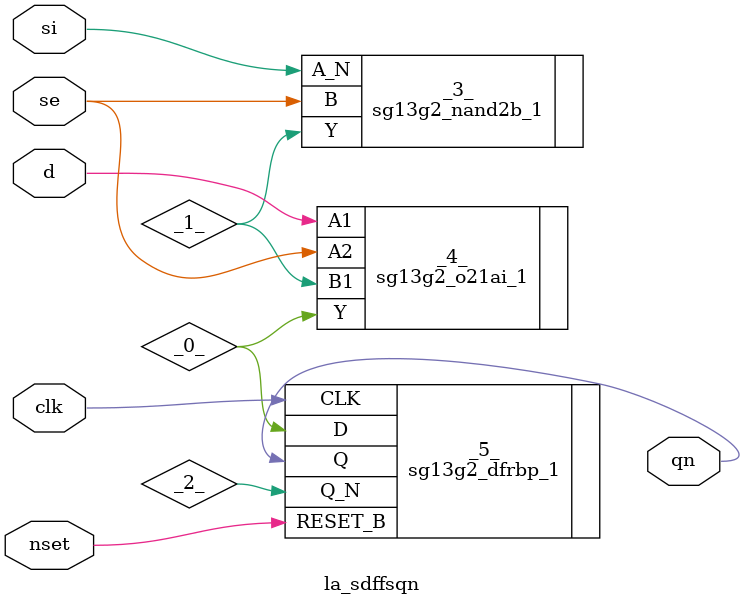
<source format=v>

/* Generated by Yosys 0.44 (git sha1 80ba43d26, g++ 11.4.0-1ubuntu1~22.04 -fPIC -O3) */

(* top =  1  *)
(* src = "inputs/la_sdffsqn.v:11.1-26.10" *)
module la_sdffsqn (
    d,
    si,
    se,
    clk,
    nset,
    qn
);
  (* src = "inputs/la_sdffsqn.v:22.5-24.34" *)
  wire _0_;
  wire _1_;
  (* unused_bits = "0" *)
  wire _2_;
  (* src = "inputs/la_sdffsqn.v:17.16-17.19" *)
  input clk;
  wire clk;
  (* src = "inputs/la_sdffsqn.v:14.16-14.17" *)
  input d;
  wire d;
  (* src = "inputs/la_sdffsqn.v:18.16-18.20" *)
  input nset;
  wire nset;
  (* src = "inputs/la_sdffsqn.v:19.16-19.18" *)
  output qn;
  wire qn;
  (* src = "inputs/la_sdffsqn.v:16.16-16.18" *)
  input se;
  wire se;
  (* src = "inputs/la_sdffsqn.v:15.16-15.18" *)
  input si;
  wire si;
  sg13g2_nand2b_1 _3_ (
      .A_N(si),
      .B  (se),
      .Y  (_1_)
  );
  sg13g2_o21ai_1 _4_ (
      .A1(d),
      .A2(se),
      .B1(_1_),
      .Y (_0_)
  );
  (* src = "inputs/la_sdffsqn.v:22.5-24.34" *)
  sg13g2_dfrbp_1 _5_ (
      .CLK(clk),
      .D(_0_),
      .Q(qn),
      .Q_N(_2_),
      .RESET_B(nset)
  );
endmodule

</source>
